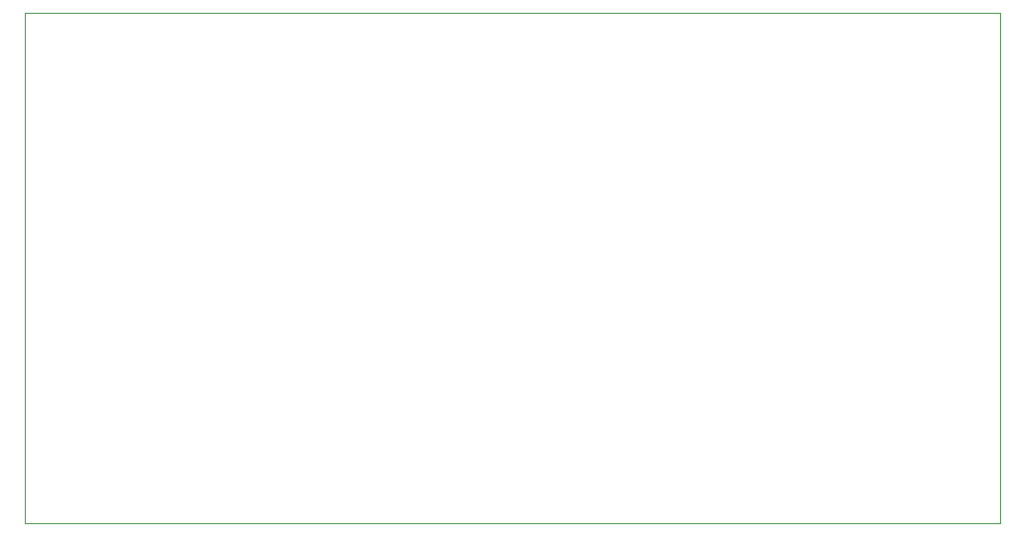
<source format=gm1>
%TF.GenerationSoftware,KiCad,Pcbnew,7.0.10*%
%TF.CreationDate,2024-02-25T20:26:58-06:00*%
%TF.ProjectId,Radar2_ExtFilter,52616461-7232-45f4-9578-7446696c7465,rev?*%
%TF.SameCoordinates,Original*%
%TF.FileFunction,Profile,NP*%
%FSLAX46Y46*%
G04 Gerber Fmt 4.6, Leading zero omitted, Abs format (unit mm)*
G04 Created by KiCad (PCBNEW 7.0.10) date 2024-02-25 20:26:58*
%MOMM*%
%LPD*%
G01*
G04 APERTURE LIST*
%TA.AperFunction,Profile*%
%ADD10C,0.100000*%
%TD*%
G04 APERTURE END LIST*
D10*
X98000000Y-42000000D02*
X187700000Y-42000000D01*
X187700000Y-89000000D01*
X98000000Y-89000000D01*
X98000000Y-42000000D01*
M02*

</source>
